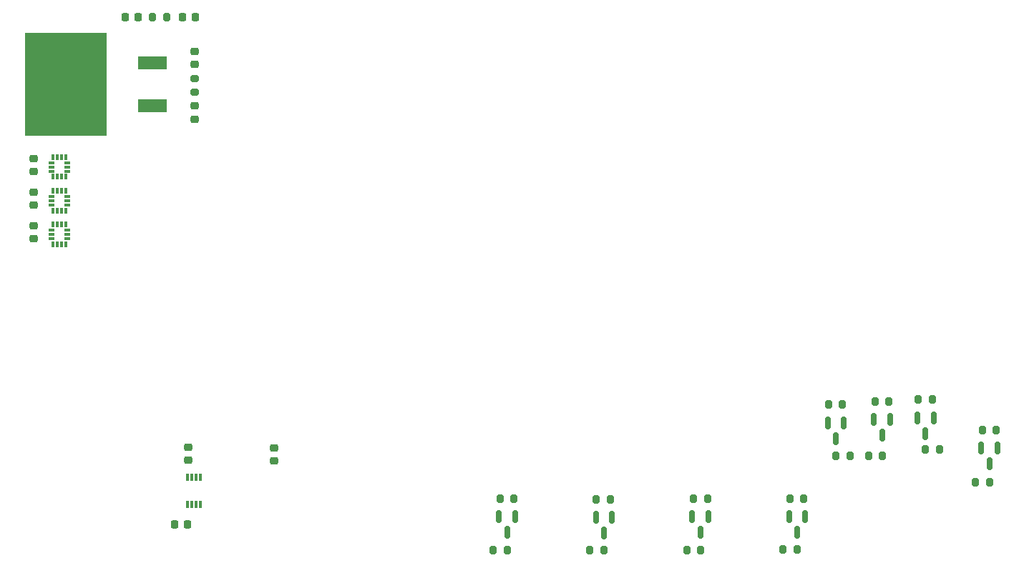
<source format=gbp>
%TF.GenerationSoftware,KiCad,Pcbnew,7.0.7*%
%TF.CreationDate,2023-11-07T21:18:23-05:00*%
%TF.ProjectId,mainControllerGRR,6d61696e-436f-46e7-9472-6f6c6c657247,rev?*%
%TF.SameCoordinates,Original*%
%TF.FileFunction,Paste,Bot*%
%TF.FilePolarity,Positive*%
%FSLAX46Y46*%
G04 Gerber Fmt 4.6, Leading zero omitted, Abs format (unit mm)*
G04 Created by KiCad (PCBNEW 7.0.7) date 2023-11-07 21:18:23*
%MOMM*%
%LPD*%
G01*
G04 APERTURE LIST*
G04 Aperture macros list*
%AMRoundRect*
0 Rectangle with rounded corners*
0 $1 Rounding radius*
0 $2 $3 $4 $5 $6 $7 $8 $9 X,Y pos of 4 corners*
0 Add a 4 corners polygon primitive as box body*
4,1,4,$2,$3,$4,$5,$6,$7,$8,$9,$2,$3,0*
0 Add four circle primitives for the rounded corners*
1,1,$1+$1,$2,$3*
1,1,$1+$1,$4,$5*
1,1,$1+$1,$6,$7*
1,1,$1+$1,$8,$9*
0 Add four rect primitives between the rounded corners*
20,1,$1+$1,$2,$3,$4,$5,0*
20,1,$1+$1,$4,$5,$6,$7,0*
20,1,$1+$1,$6,$7,$8,$9,0*
20,1,$1+$1,$8,$9,$2,$3,0*%
G04 Aperture macros list end*
%ADD10RoundRect,0.150000X-0.150000X0.587500X-0.150000X-0.587500X0.150000X-0.587500X0.150000X0.587500X0*%
%ADD11RoundRect,0.225000X0.250000X-0.225000X0.250000X0.225000X-0.250000X0.225000X-0.250000X-0.225000X0*%
%ADD12RoundRect,0.200000X0.200000X0.275000X-0.200000X0.275000X-0.200000X-0.275000X0.200000X-0.275000X0*%
%ADD13R,0.300000X0.850000*%
%ADD14RoundRect,0.200000X-0.200000X-0.275000X0.200000X-0.275000X0.200000X0.275000X-0.200000X0.275000X0*%
%ADD15RoundRect,0.031500X0.143500X-0.263500X0.143500X0.263500X-0.143500X0.263500X-0.143500X-0.263500X0*%
%ADD16RoundRect,0.031500X-0.263500X-0.143500X0.263500X-0.143500X0.263500X0.143500X-0.263500X0.143500X0*%
%ADD17RoundRect,0.031500X-0.143500X0.263500X-0.143500X-0.263500X0.143500X-0.263500X0.143500X0.263500X0*%
%ADD18RoundRect,0.031500X0.263500X0.143500X-0.263500X0.143500X-0.263500X-0.143500X0.263500X-0.143500X0*%
%ADD19RoundRect,0.225000X-0.225000X-0.250000X0.225000X-0.250000X0.225000X0.250000X-0.225000X0.250000X0*%
%ADD20R,3.500000X1.600000*%
%ADD21R,9.750000X12.200000*%
%ADD22RoundRect,0.225000X0.225000X0.250000X-0.225000X0.250000X-0.225000X-0.250000X0.225000X-0.250000X0*%
%ADD23RoundRect,0.200000X0.275000X-0.200000X0.275000X0.200000X-0.275000X0.200000X-0.275000X-0.200000X0*%
%ADD24RoundRect,0.218750X0.218750X0.256250X-0.218750X0.256250X-0.218750X-0.256250X0.218750X-0.256250X0*%
%ADD25RoundRect,0.218750X-0.256250X0.218750X-0.256250X-0.218750X0.256250X-0.218750X0.256250X0.218750X0*%
%ADD26RoundRect,0.225000X-0.250000X0.225000X-0.250000X-0.225000X0.250000X-0.225000X0.250000X0.225000X0*%
G04 APERTURE END LIST*
D10*
%TO.C,Q7*%
X188265000Y-111367500D03*
X190165000Y-111367500D03*
X189215000Y-113242500D03*
%TD*%
D11*
%TO.C,C10*%
X133155000Y-74460000D03*
X133155000Y-72910000D03*
%TD*%
D12*
%TO.C,R26*%
X229770000Y-104185000D03*
X228120000Y-104185000D03*
%TD*%
D13*
%TO.C,IC5*%
X151380000Y-106750000D03*
X151880000Y-106750000D03*
X152380000Y-106750000D03*
X152880000Y-106750000D03*
X152880000Y-109900000D03*
X152380000Y-109900000D03*
X151880000Y-109900000D03*
X151380000Y-109900000D03*
%TD*%
D10*
%TO.C,Q9*%
X245315000Y-103267500D03*
X247215000Y-103267500D03*
X246265000Y-105142500D03*
%TD*%
D14*
%TO.C,R14*%
X221870000Y-115285000D03*
X223520000Y-115285000D03*
%TD*%
D15*
%TO.C,U3*%
X137015000Y-75103514D03*
X136515000Y-75103514D03*
X136015000Y-75103514D03*
X135515000Y-75103514D03*
D16*
X135350000Y-74438514D03*
X135350000Y-73938514D03*
X135350000Y-73438514D03*
D17*
X135515000Y-72773514D03*
X136015000Y-72773514D03*
X136515000Y-72773514D03*
X137015000Y-72773514D03*
D18*
X137180000Y-73438514D03*
X137180000Y-73938514D03*
X137180000Y-74438514D03*
%TD*%
D19*
%TO.C,C5*%
X144030000Y-52175000D03*
X145580000Y-52175000D03*
%TD*%
D14*
%TO.C,R25*%
X244620000Y-107285000D03*
X246270000Y-107285000D03*
%TD*%
%TO.C,R6*%
X147270000Y-52175000D03*
X148920000Y-52175000D03*
%TD*%
D15*
%TO.C,U4*%
X137015000Y-79103514D03*
X136515000Y-79103514D03*
X136015000Y-79103514D03*
X135515000Y-79103514D03*
D16*
X135350000Y-78438514D03*
X135350000Y-77938514D03*
X135350000Y-77438514D03*
D17*
X135515000Y-76773514D03*
X136015000Y-76773514D03*
X136515000Y-76773514D03*
X137015000Y-76773514D03*
D18*
X137180000Y-77438514D03*
X137180000Y-77938514D03*
X137180000Y-78438514D03*
%TD*%
D14*
%TO.C,R11*%
X232760000Y-97715000D03*
X234410000Y-97715000D03*
%TD*%
D11*
%TO.C,C4*%
X152265000Y-64270000D03*
X152265000Y-62720000D03*
%TD*%
%TO.C,C12*%
X151515000Y-104680000D03*
X151515000Y-103130000D03*
%TD*%
D14*
%TO.C,R15*%
X211270000Y-109215000D03*
X212920000Y-109215000D03*
%TD*%
D20*
%TO.C,IC2*%
X147250000Y-57610000D03*
D21*
X136974000Y-60150000D03*
D20*
X147250000Y-62690000D03*
%TD*%
D11*
%TO.C,C11*%
X133155000Y-78460000D03*
X133155000Y-76910000D03*
%TD*%
D15*
%TO.C,U2*%
X137015000Y-71103514D03*
X136515000Y-71103514D03*
X136015000Y-71103514D03*
X135515000Y-71103514D03*
D16*
X135350000Y-70438514D03*
X135350000Y-69938514D03*
X135350000Y-69438514D03*
D17*
X135515000Y-68773514D03*
X136015000Y-68773514D03*
X136515000Y-68773514D03*
X137015000Y-68773514D03*
D18*
X137180000Y-69438514D03*
X137180000Y-69938514D03*
X137180000Y-70438514D03*
%TD*%
D10*
%TO.C,Q2*%
X237765000Y-99667500D03*
X239665000Y-99667500D03*
X238715000Y-101542500D03*
%TD*%
D11*
%TO.C,C9*%
X133155000Y-70460000D03*
X133155000Y-68910000D03*
%TD*%
D14*
%TO.C,R17*%
X199780000Y-109315000D03*
X201430000Y-109315000D03*
%TD*%
D22*
%TO.C,C14*%
X151390000Y-112315000D03*
X149840000Y-112315000D03*
%TD*%
D10*
%TO.C,Q10*%
X227165000Y-100267500D03*
X229065000Y-100267500D03*
X228115000Y-102142500D03*
%TD*%
%TO.C,Q6*%
X199715000Y-111467500D03*
X201615000Y-111467500D03*
X200665000Y-113342500D03*
%TD*%
D23*
%TO.C,R4*%
X152265000Y-61100000D03*
X152265000Y-59450000D03*
%TD*%
D12*
%TO.C,R10*%
X240340000Y-103415000D03*
X238690000Y-103415000D03*
%TD*%
D10*
%TO.C,Q4*%
X222565000Y-111367500D03*
X224465000Y-111367500D03*
X223515000Y-113242500D03*
%TD*%
D14*
%TO.C,R16*%
X210470000Y-115385000D03*
X212120000Y-115385000D03*
%TD*%
%TO.C,R20*%
X245430000Y-101115000D03*
X247080000Y-101115000D03*
%TD*%
%TO.C,R21*%
X227230000Y-98115000D03*
X228880000Y-98115000D03*
%TD*%
%TO.C,R9*%
X237860000Y-97515000D03*
X239510000Y-97515000D03*
%TD*%
D24*
%TO.C,D6*%
X152342500Y-52175000D03*
X150767500Y-52175000D03*
%TD*%
D10*
%TO.C,Q3*%
X232615000Y-99867500D03*
X234515000Y-99867500D03*
X233565000Y-101742500D03*
%TD*%
%TO.C,Q5*%
X211115000Y-111367500D03*
X213015000Y-111367500D03*
X212065000Y-113242500D03*
%TD*%
D25*
%TO.C,D4*%
X152265000Y-56227500D03*
X152265000Y-57802500D03*
%TD*%
D26*
%TO.C,C1*%
X161635000Y-103230000D03*
X161635000Y-104780000D03*
%TD*%
D14*
%TO.C,R12*%
X231960000Y-104205000D03*
X233610000Y-104205000D03*
%TD*%
%TO.C,R22*%
X198990000Y-115385000D03*
X200640000Y-115385000D03*
%TD*%
%TO.C,R23*%
X187590000Y-115385000D03*
X189240000Y-115385000D03*
%TD*%
%TO.C,R13*%
X222670000Y-109215000D03*
X224320000Y-109215000D03*
%TD*%
%TO.C,R18*%
X188380000Y-109215000D03*
X190030000Y-109215000D03*
%TD*%
M02*

</source>
